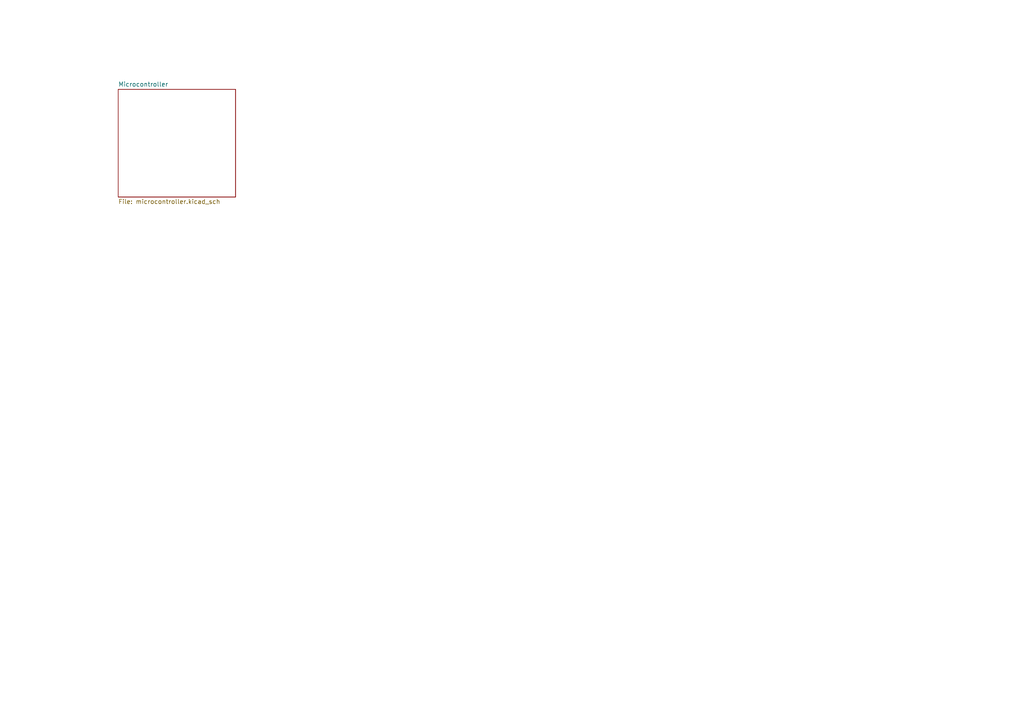
<source format=kicad_sch>
(kicad_sch
	(version 20250114)
	(generator "eeschema")
	(generator_version "9.0")
	(uuid "3840e110-92c0-43e0-a480-527208a59562")
	(paper "A4")
	(lib_symbols)
	(sheet
		(at 34.29 25.908)
		(size 34.036 31.242)
		(exclude_from_sim no)
		(in_bom yes)
		(on_board yes)
		(dnp no)
		(fields_autoplaced yes)
		(stroke
			(width 0.1524)
			(type solid)
		)
		(fill
			(color 0 0 0 0.0000)
		)
		(uuid "958c128e-86a5-4c13-93ba-3ea4b432e077")
		(property "Sheetname" "Microcontroller"
			(at 34.29 25.1964 0)
			(effects
				(font
					(size 1.27 1.27)
				)
				(justify left bottom)
			)
		)
		(property "Sheetfile" "microcontroller.kicad_sch"
			(at 34.29 57.7346 0)
			(effects
				(font
					(size 1.27 1.27)
				)
				(justify left top)
			)
		)
		(instances
			(project "battery_tester_v1.0"
				(path "/3840e110-92c0-43e0-a480-527208a59562"
					(page "2")
				)
			)
		)
	)
	(sheet_instances
		(path "/"
			(page "1")
		)
	)
	(embedded_fonts no)
)

</source>
